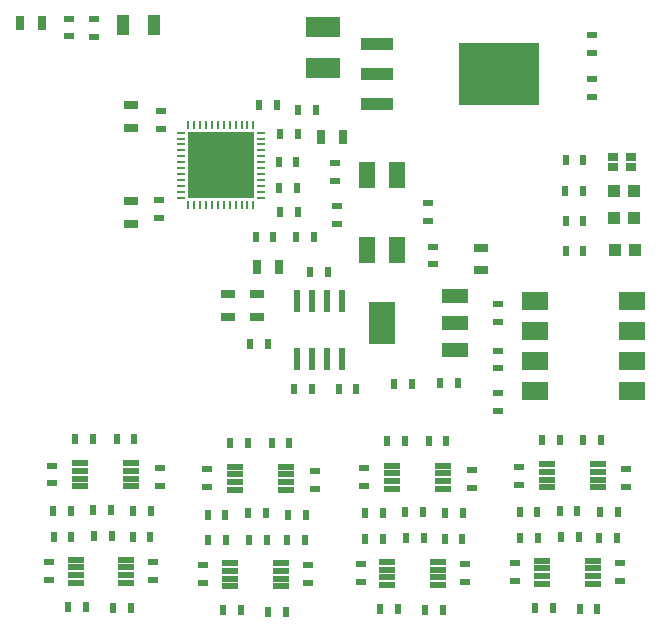
<source format=gtp>
G04*
G04 #@! TF.GenerationSoftware,Altium Limited,Altium Designer,19.1.8 (144)*
G04*
G04 Layer_Color=8421504*
%FSLAX25Y25*%
%MOIN*%
G70*
G01*
G75*
%ADD19R,0.01968X0.03543*%
%ADD20R,0.03543X0.01968*%
%ADD21R,0.05118X0.02756*%
%ADD22R,0.26929X0.20669*%
%ADD23R,0.10984X0.04134*%
%ADD24R,0.08800X0.04800*%
%ADD25R,0.08661X0.14173*%
%ADD26R,0.02756X0.05118*%
%ADD27R,0.11811X0.07087*%
%ADD28R,0.04488X0.07008*%
%ADD29R,0.02244X0.07756*%
%ADD30R,0.05787X0.01890*%
%ADD31R,0.08661X0.05906*%
%ADD32R,0.03347X0.02559*%
%ADD33R,0.05512X0.08661*%
%ADD34R,0.04331X0.03937*%
%ADD35O,0.00984X0.02953*%
%ADD36O,0.02953X0.00984*%
%ADD37R,0.22047X0.22047*%
D19*
X244365Y250984D02*
D03*
X250271D02*
D03*
X244365Y261221D02*
D03*
X250271D02*
D03*
X244168Y271063D02*
D03*
X250074D02*
D03*
X250271Y281299D02*
D03*
X244365D02*
D03*
X193110Y206850D02*
D03*
X187205D02*
D03*
X208465Y207243D02*
D03*
X202559D02*
D03*
X159252Y244052D02*
D03*
X165157D02*
D03*
X160299Y255716D02*
D03*
X154393D02*
D03*
X155181Y263984D02*
D03*
X149275D02*
D03*
X154787Y272252D02*
D03*
X148882D02*
D03*
X148685Y280913D02*
D03*
X154590D02*
D03*
X155181Y289968D02*
D03*
X149275D02*
D03*
X161086Y298236D02*
D03*
X155181D02*
D03*
X148094Y299811D02*
D03*
X142189D02*
D03*
X141008Y255716D02*
D03*
X146913D02*
D03*
X139173Y220079D02*
D03*
X145079D02*
D03*
X168701Y205160D02*
D03*
X174606D02*
D03*
X159646D02*
D03*
X153740D02*
D03*
X250214Y188022D02*
D03*
X256119D02*
D03*
X242340D02*
D03*
X236434D02*
D03*
X204544Y187628D02*
D03*
X198639D02*
D03*
X184859D02*
D03*
X190765D02*
D03*
X152182Y187234D02*
D03*
X146277D02*
D03*
X132497D02*
D03*
X138403D02*
D03*
X100607Y188415D02*
D03*
X94702D02*
D03*
X255725Y164006D02*
D03*
X261631D02*
D03*
X242340Y164400D02*
D03*
X248245D02*
D03*
X255529Y155525D02*
D03*
X261434D02*
D03*
X242717Y155701D02*
D03*
X248622D02*
D03*
X234859Y164006D02*
D03*
X228954D02*
D03*
X235039Y155525D02*
D03*
X229134D02*
D03*
X210056Y163612D02*
D03*
X204151D02*
D03*
X196670Y164006D02*
D03*
X190765D02*
D03*
X209859Y155131D02*
D03*
X203954D02*
D03*
X197047Y155307D02*
D03*
X191142D02*
D03*
X177379Y163612D02*
D03*
X183284D02*
D03*
X177559Y155131D02*
D03*
X183465D02*
D03*
X157694Y163219D02*
D03*
X151788D02*
D03*
X144308Y163612D02*
D03*
X138403D02*
D03*
X125017Y163219D02*
D03*
X130922D02*
D03*
X157497Y154737D02*
D03*
X151592D02*
D03*
X144685Y154913D02*
D03*
X138779D02*
D03*
X125197Y154737D02*
D03*
X131102D02*
D03*
X254921Y131672D02*
D03*
X249016D02*
D03*
X234055Y132066D02*
D03*
X239961D02*
D03*
X197441Y131279D02*
D03*
X203346D02*
D03*
X188386Y131672D02*
D03*
X182480D02*
D03*
X145079Y130885D02*
D03*
X150984D02*
D03*
X130118Y131279D02*
D03*
X136024D02*
D03*
X80922Y188415D02*
D03*
X86828D02*
D03*
X106119Y164400D02*
D03*
X100214D02*
D03*
X92733Y164793D02*
D03*
X86828D02*
D03*
X73442Y164400D02*
D03*
X79347D02*
D03*
X93110Y156095D02*
D03*
X87205D02*
D03*
X105922Y155918D02*
D03*
X100017D02*
D03*
X73622Y155918D02*
D03*
X79528D02*
D03*
X93504Y132066D02*
D03*
X99410D02*
D03*
X84449Y132460D02*
D03*
X78543D02*
D03*
D20*
X198291Y266937D02*
D03*
Y261032D02*
D03*
X200000Y246654D02*
D03*
Y252559D02*
D03*
X221654Y233268D02*
D03*
Y227362D02*
D03*
Y212008D02*
D03*
Y217913D02*
D03*
Y203740D02*
D03*
Y197835D02*
D03*
X167976Y260047D02*
D03*
Y265953D02*
D03*
X167582Y280323D02*
D03*
Y274417D02*
D03*
X109315Y297646D02*
D03*
Y291740D02*
D03*
X87008Y328346D02*
D03*
Y322441D02*
D03*
X78740Y328543D02*
D03*
Y322638D02*
D03*
X253150Y302559D02*
D03*
Y308465D02*
D03*
Y317126D02*
D03*
Y323031D02*
D03*
X108921Y268118D02*
D03*
Y262213D02*
D03*
X124803Y172470D02*
D03*
Y178376D02*
D03*
X160647Y171700D02*
D03*
Y177605D02*
D03*
X177165Y172864D02*
D03*
Y178770D02*
D03*
X213009Y172094D02*
D03*
Y177999D02*
D03*
X228740Y179163D02*
D03*
Y173258D02*
D03*
X264584Y178393D02*
D03*
Y172487D02*
D03*
X262414Y141142D02*
D03*
Y147047D02*
D03*
X227538Y141142D02*
D03*
Y147047D02*
D03*
X210840Y146653D02*
D03*
Y140748D02*
D03*
X175964Y146653D02*
D03*
Y140748D02*
D03*
X158477Y146260D02*
D03*
Y140354D02*
D03*
X123601Y146260D02*
D03*
Y140354D02*
D03*
X73228Y173652D02*
D03*
Y179557D02*
D03*
X109072Y172881D02*
D03*
Y178787D02*
D03*
X72026Y147441D02*
D03*
Y141535D02*
D03*
X106903Y147441D02*
D03*
Y141535D02*
D03*
D21*
X216142Y252165D02*
D03*
Y244685D02*
D03*
X99472Y292134D02*
D03*
Y299614D02*
D03*
Y260244D02*
D03*
Y267724D02*
D03*
X131756Y236622D02*
D03*
Y229142D02*
D03*
X141598Y236622D02*
D03*
Y229142D02*
D03*
D22*
X222028Y310236D02*
D03*
D23*
X181280Y300236D02*
D03*
Y310236D02*
D03*
Y320236D02*
D03*
D24*
X207476Y217938D02*
D03*
Y227038D02*
D03*
Y236138D02*
D03*
D25*
X183075Y227038D02*
D03*
D26*
X170141Y289181D02*
D03*
X162661D02*
D03*
X69882Y327165D02*
D03*
X62402D02*
D03*
X148865Y245874D02*
D03*
X141384D02*
D03*
D27*
X163386Y312106D02*
D03*
Y325689D02*
D03*
D28*
X96732Y326378D02*
D03*
X107205D02*
D03*
D29*
X154705Y234547D02*
D03*
X159705D02*
D03*
X164705D02*
D03*
X169705D02*
D03*
Y215059D02*
D03*
X164705D02*
D03*
X159705D02*
D03*
X154705D02*
D03*
D30*
X97929Y140547D02*
D03*
Y143106D02*
D03*
Y145665D02*
D03*
Y148224D02*
D03*
X81000D02*
D03*
Y145665D02*
D03*
Y143106D02*
D03*
Y140547D02*
D03*
X186532Y171907D02*
D03*
Y174467D02*
D03*
Y177026D02*
D03*
Y179585D02*
D03*
X203462D02*
D03*
Y177026D02*
D03*
Y174467D02*
D03*
Y171907D02*
D03*
X184937Y139760D02*
D03*
Y142319D02*
D03*
Y144878D02*
D03*
Y147437D02*
D03*
X201866D02*
D03*
Y144878D02*
D03*
Y142319D02*
D03*
Y139760D02*
D03*
X134170Y171514D02*
D03*
Y174073D02*
D03*
Y176632D02*
D03*
Y179191D02*
D03*
X151099D02*
D03*
Y176632D02*
D03*
Y174073D02*
D03*
Y171514D02*
D03*
X132575Y139366D02*
D03*
Y141925D02*
D03*
Y144484D02*
D03*
Y147043D02*
D03*
X149504D02*
D03*
Y144484D02*
D03*
Y141925D02*
D03*
Y139366D02*
D03*
X82595Y172695D02*
D03*
Y175254D02*
D03*
Y177813D02*
D03*
Y180372D02*
D03*
X99525D02*
D03*
Y177813D02*
D03*
Y175254D02*
D03*
Y172695D02*
D03*
X255036Y172301D02*
D03*
Y174860D02*
D03*
Y177419D02*
D03*
Y179978D02*
D03*
X238107D02*
D03*
Y177419D02*
D03*
Y174860D02*
D03*
Y172301D02*
D03*
X253441Y140154D02*
D03*
Y142713D02*
D03*
Y145272D02*
D03*
Y147831D02*
D03*
X236512D02*
D03*
Y145272D02*
D03*
Y142713D02*
D03*
Y140154D02*
D03*
D31*
X234252Y234409D02*
D03*
Y224410D02*
D03*
Y214409D02*
D03*
Y204409D02*
D03*
X266535Y234409D02*
D03*
Y224410D02*
D03*
Y214409D02*
D03*
Y204409D02*
D03*
D32*
X260236Y278937D02*
D03*
X265945D02*
D03*
X260236Y282283D02*
D03*
X265945D02*
D03*
D33*
X188212Y276583D02*
D03*
X178212D02*
D03*
X188212Y251386D02*
D03*
X178212D02*
D03*
D34*
X267200Y271063D02*
D03*
X260507D02*
D03*
X260901Y251378D02*
D03*
X267594D02*
D03*
X267200Y262008D02*
D03*
X260507D02*
D03*
D35*
X118567Y266445D02*
D03*
X120535D02*
D03*
X122504D02*
D03*
X124472D02*
D03*
X126441D02*
D03*
X128409D02*
D03*
X130378D02*
D03*
X132346D02*
D03*
X134315D02*
D03*
X136283D02*
D03*
X138252D02*
D03*
X140220D02*
D03*
Y293020D02*
D03*
X138252D02*
D03*
X136283D02*
D03*
X134315D02*
D03*
X132346D02*
D03*
X130378D02*
D03*
X128409D02*
D03*
X126441D02*
D03*
X124472D02*
D03*
X122504D02*
D03*
X120535D02*
D03*
X118567D02*
D03*
D36*
X142681Y268905D02*
D03*
Y270874D02*
D03*
Y272843D02*
D03*
Y274811D02*
D03*
Y276780D02*
D03*
Y278748D02*
D03*
Y280716D02*
D03*
Y282685D02*
D03*
Y284653D02*
D03*
Y286622D02*
D03*
Y288591D02*
D03*
Y290559D02*
D03*
X116106D02*
D03*
Y288591D02*
D03*
Y286622D02*
D03*
Y284653D02*
D03*
Y282685D02*
D03*
Y280716D02*
D03*
Y278748D02*
D03*
Y276780D02*
D03*
Y274811D02*
D03*
Y272843D02*
D03*
Y270874D02*
D03*
Y268905D02*
D03*
D37*
X129393Y279732D02*
D03*
M02*

</source>
